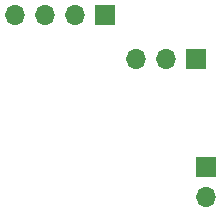
<source format=gbr>
%TF.GenerationSoftware,KiCad,Pcbnew,8.0.6-8.0.6-0~ubuntu20.04.1*%
%TF.CreationDate,2024-11-02T23:17:14+01:00*%
%TF.ProjectId,CYW43439,43595734-3334-4333-992e-6b696361645f,rev?*%
%TF.SameCoordinates,Original*%
%TF.FileFunction,Soldermask,Bot*%
%TF.FilePolarity,Negative*%
%FSLAX46Y46*%
G04 Gerber Fmt 4.6, Leading zero omitted, Abs format (unit mm)*
G04 Created by KiCad (PCBNEW 8.0.6-8.0.6-0~ubuntu20.04.1) date 2024-11-02 23:17:14*
%MOMM*%
%LPD*%
G01*
G04 APERTURE LIST*
%ADD10R,1.700000X1.700000*%
%ADD11O,1.700000X1.700000*%
G04 APERTURE END LIST*
D10*
%TO.C,J3*%
X152975000Y-96975000D03*
D11*
X152975000Y-99515000D03*
%TD*%
D10*
%TO.C,J2*%
X144450000Y-84100000D03*
D11*
X141910000Y-84100000D03*
X139370000Y-84100000D03*
X136830000Y-84100000D03*
%TD*%
D10*
%TO.C,J1*%
X152125000Y-87800000D03*
D11*
X149585000Y-87800000D03*
X147045000Y-87800000D03*
%TD*%
M02*

</source>
